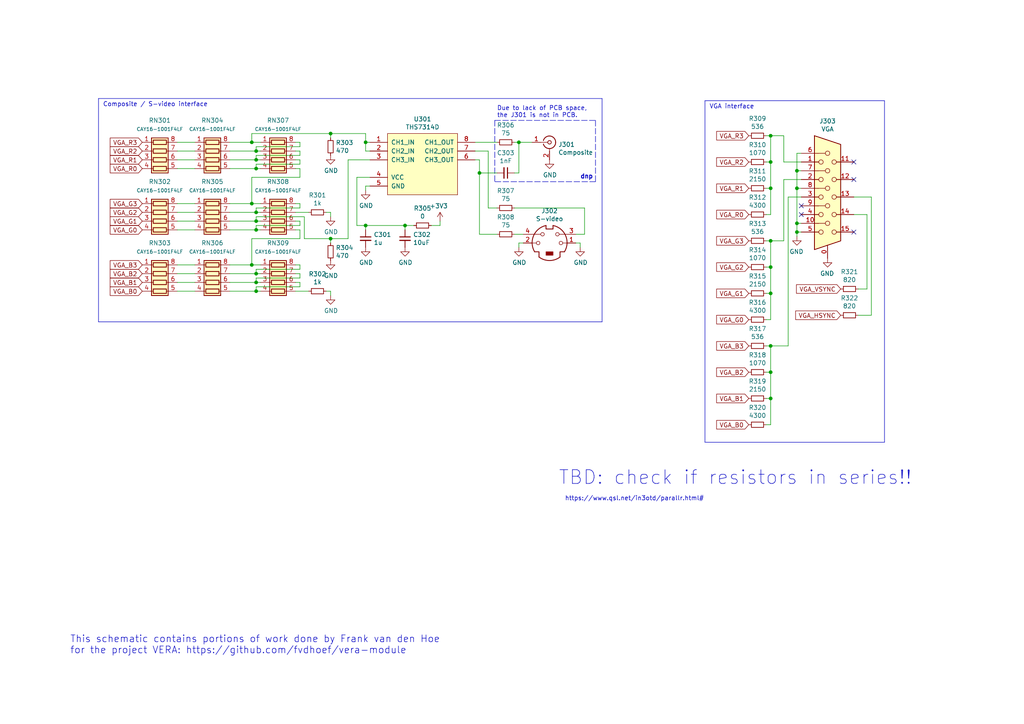
<source format=kicad_sch>
(kicad_sch (version 20211123) (generator eeschema)
  (paper "A4")
  (lib_symbols
    (symbol "Connector:Conn_Coaxial" (pin_names (offset 1.016) hide)
      (property "Reference" "J" (at 0.254 3.048 0))
      (property "Value" "Conn_Coaxial" (at 2.921 0 90))
      (symbol "Conn_Coaxial_0_1"
        (arc (start -1.778 -0.508) (mid 0.2311 -1.8066) (end 1.778 0) (stroke (width 0.254)))
        (polyline (pts (xy -2.54 0) (xy -0.508 0)))
        (polyline (pts (xy 0 -2.54) (xy 0 -1.778)))
        (circle (center 0 0) (radius 0.508) (stroke (width 0.2032)))
        (arc (start 1.778 0) (mid 0.2099 1.8101) (end -1.778 0.508) (stroke (width 0.254)))
      )
      (symbol "Conn_Coaxial_1_1"
        (pin passive line (at -5.08 0 0) (length 2.54) (name "In") (number "1"))
        (pin passive line (at 0 -5.08 90) (length 2.54) (name "Ext") (number "2"))
      )
    )
    (symbol "Connector:DB15_Female_HighDensity_MountingHoles" (pin_names (offset 1.016) hide)
      (property "Reference" "J" (at 0 21.59 0))
      (property "Value" "DB15_Female_HighDensity_MountingHoles" (at 0 19.05 0))
      (symbol "DB15_Female_HighDensity_MountingHoles_0_1"
        (circle (center -1.905 -10.16) (radius 0.635))
        (circle (center -1.905 -5.08) (radius 0.635))
        (circle (center -1.905 0) (radius 0.635))
        (circle (center -1.905 5.08) (radius 0.635))
        (circle (center -1.905 10.16) (radius 0.635))
        (circle (center 0 -7.62) (radius 0.635))
        (circle (center 0 -2.54) (radius 0.635))
        (polyline (pts (xy -3.175 7.62) (xy -0.635 7.62)))
        (polyline (pts (xy -0.635 -7.62) (xy -3.175 -7.62)))
        (polyline (pts (xy -0.635 -2.54) (xy -3.175 -2.54)))
        (polyline (pts (xy -0.635 2.54) (xy -3.175 2.54)))
        (polyline (pts (xy -0.635 12.7) (xy -3.175 12.7)))
        (polyline (pts (xy -3.81 17.78) (xy -3.81 -15.24) (xy 3.81 -12.7) (xy 3.81 15.24) (xy -3.81 17.78)) (stroke (width 0.254)) (fill (type background)))
        (circle (center 0 2.54) (radius 0.635))
        (circle (center 0 7.62) (radius 0.635))
        (circle (center 0 12.7) (radius 0.635))
        (circle (center 1.905 -10.16) (radius 0.635))
        (circle (center 1.905 -5.08) (radius 0.635))
        (circle (center 1.905 0) (radius 0.635))
        (circle (center 1.905 5.08) (radius 0.635))
        (circle (center 1.905 10.16) (radius 0.635))
      )
      (symbol "DB15_Female_HighDensity_MountingHoles_1_1"
        (pin passive line (at 0 -17.78 90) (length 3.81) (name "~") (number "0"))
        (pin passive line (at -7.62 10.16 0) (length 5.08) (name "~") (number "1"))
        (pin passive line (at -7.62 -7.62 0) (length 5.08) (name "~") (number "10"))
        (pin passive line (at 7.62 10.16 180) (length 5.08) (name "~") (number "11"))
        (pin passive line (at 7.62 5.08 180) (length 5.08) (name "~") (number "12"))
        (pin passive line (at 7.62 0 180) (length 5.08) (name "~") (number "13"))
        (pin passive line (at 7.62 -5.08 180) (length 5.08) (name "~") (number "14"))
        (pin passive line (at 7.62 -10.16 180) (length 5.08) (name "~") (number "15"))
        (pin passive line (at -7.62 5.08 0) (length 5.08) (name "~") (number "2"))
        (pin passive line (at -7.62 0 0) (length 5.08) (name "~") (number "3"))
        (pin passive line (at -7.62 -5.08 0) (length 5.08) (name "~") (number "4"))
        (pin passive line (at -7.62 -10.16 0) (length 5.08) (name "~") (number "5"))
        (pin passive line (at -7.62 12.7 0) (length 5.08) (name "~") (number "6"))
        (pin passive line (at -7.62 7.62 0) (length 5.08) (name "~") (number "7"))
        (pin passive line (at -7.62 2.54 0) (length 5.08) (name "~") (number "8"))
        (pin passive line (at -7.62 -2.54 0) (length 5.08) (name "~") (number "9"))
      )
    )
    (symbol "Connector:Mini-DIN-4" (pin_names (offset 1.016))
      (property "Reference" "J" (at 0 6.35 0))
      (property "Value" "Mini-DIN-4" (at 0 -6.35 0))
      (symbol "Mini-DIN-4_0_1"
        (circle (center -3.302 0) (radius 0.508))
        (arc (start -3.048 -4.064) (mid 0 -5.08) (end 3.048 -4.064) (stroke (width 0.254)))
        (circle (center -2.032 2.54) (radius 0.508))
        (rectangle (start -1.016 -2.54) (end 1.016 -3.556) (fill (type outline)))
        (arc (start -1.016 5.08) (mid -4.6228 2.1214) (end -4.318 -2.54) (stroke (width 0.254)))
        (polyline (pts (xy -3.81 0) (xy -5.08 0)))
        (polyline (pts (xy -2.54 2.54) (xy -5.08 2.54)))
        (polyline (pts (xy 2.794 2.54) (xy 5.08 2.54)))
        (polyline (pts (xy 5.08 0) (xy 3.81 0)))
        (polyline (pts (xy -4.318 -2.54) (xy -3.048 -2.54) (xy -3.048 -4.064)) (stroke (width 0.254)))
        (polyline (pts (xy 4.318 -2.54) (xy 3.048 -2.54) (xy 3.048 -4.064)) (stroke (width 0.254)))
        (polyline (pts (xy -1.016 5.08) (xy -1.016 4.064) (xy 1.016 4.064) (xy 1.016 5.08)) (stroke (width 0.254)))
        (circle (center 2.286 2.54) (radius 0.508))
        (circle (center 3.302 0) (radius 0.508))
        (arc (start 4.318 -2.54) (mid 4.6661 2.1322) (end 1.016 5.08) (stroke (width 0.254)))
      )
      (symbol "Mini-DIN-4_1_1"
        (pin passive line (at 7.62 0 180) (length 2.54) (name "~") (number "1"))
        (pin passive line (at -7.62 0 0) (length 2.54) (name "~") (number "2"))
        (pin passive line (at 7.62 2.54 180) (length 2.54) (name "~") (number "3"))
        (pin passive line (at -7.62 2.54 0) (length 2.54) (name "~") (number "4"))
      )
    )
    (symbol "Device:C_Small" (pin_numbers hide) (pin_names (offset 0.254) hide)
      (property "Reference" "C" (at 0.254 1.778 0))
      (property "Value" "C_Small" (at 0.254 -2.032 0))
      (symbol "C_Small_0_1"
        (polyline (pts (xy -1.524 -0.508) (xy 1.524 -0.508)) (stroke (width 0.3302)))
        (polyline (pts (xy -1.524 0.508) (xy 1.524 0.508)) (stroke (width 0.3048)))
      )
      (symbol "C_Small_1_1"
        (pin passive line (at 0 2.54 270) (length 2.032) (name "~") (number "1"))
        (pin passive line (at 0 -2.54 90) (length 2.032) (name "~") (number "2"))
      )
    )
    (symbol "Device:R_Pack04" (pin_names (offset 0) hide)
      (property "Reference" "RN" (at -7.62 0 90))
      (property "Value" "R_Pack04" (at 5.08 0 90))
      (symbol "R_Pack04_0_1"
        (rectangle (start -6.35 -2.413) (end 3.81 2.413) (stroke (width 0.254)) (fill (type background)))
        (rectangle (start -5.715 1.905) (end -4.445 -1.905) (stroke (width 0.254)))
        (rectangle (start -3.175 1.905) (end -1.905 -1.905) (stroke (width 0.254)))
        (rectangle (start -0.635 1.905) (end 0.635 -1.905) (stroke (width 0.254)))
        (polyline (pts (xy -5.08 -2.54) (xy -5.08 -1.905)))
        (polyline (pts (xy -5.08 1.905) (xy -5.08 2.54)))
        (polyline (pts (xy -2.54 -2.54) (xy -2.54 -1.905)))
        (polyline (pts (xy -2.54 1.905) (xy -2.54 2.54)))
        (polyline (pts (xy 0 -2.54) (xy 0 -1.905)))
        (polyline (pts (xy 0 1.905) (xy 0 2.54)))
        (polyline (pts (xy 2.54 -2.54) (xy 2.54 -1.905)))
        (polyline (pts (xy 2.54 1.905) (xy 2.54 2.54)))
        (rectangle (start 1.905 1.905) (end 3.175 -1.905) (stroke (width 0.254)))
      )
      (symbol "R_Pack04_1_1"
        (pin passive line (at -5.08 -5.08 90) (length 2.54) (name "R1.1") (number "1"))
        (pin passive line (at -2.54 -5.08 90) (length 2.54) (name "R2.1") (number "2"))
        (pin passive line (at 0 -5.08 90) (length 2.54) (name "R3.1") (number "3"))
        (pin passive line (at 2.54 -5.08 90) (length 2.54) (name "R4.1") (number "4"))
        (pin passive line (at 2.54 5.08 270) (length 2.54) (name "R4.2") (number "5"))
        (pin passive line (at 0 5.08 270) (length 2.54) (name "R3.2") (number "6"))
        (pin passive line (at -2.54 5.08 270) (length 2.54) (name "R2.2") (number "7"))
        (pin passive line (at -5.08 5.08 270) (length 2.54) (name "R1.2") (number "8"))
      )
    )
    (symbol "Device:R_Small" (pin_numbers hide) (pin_names (offset 0.254) hide)
      (property "Reference" "R" (at 0.762 0.508 0))
      (property "Value" "R_Small" (at 0.762 -1.016 0))
      (symbol "R_Small_0_1"
        (rectangle (start -0.762 1.778) (end 0.762 -1.778) (stroke (width 0.2032)))
      )
      (symbol "R_Small_1_1"
        (pin passive line (at 0 2.54 270) (length 0.762) (name "~") (number "1"))
        (pin passive line (at 0 -2.54 90) (length 0.762) (name "~") (number "2"))
      )
    )
    (symbol "power:+3V3" (power) (pin_names (offset 0))
      (property "Value" "+3V3" (at 0 3.556 0))
      (symbol "+3V3_0_1"
        (polyline (pts (xy -0.762 1.27) (xy 0 2.54)))
        (polyline (pts (xy 0 0) (xy 0 2.54)))
        (polyline (pts (xy 0 2.54) (xy 0.762 1.27)))
      )
      (symbol "+3V3_1_1"
        (pin power_in line (at 0 0 90) (length 0) hide (name "+3V3") (number "1"))
      )
    )
    (symbol "power:GND" (power) (pin_names (offset 0))
      (property "Value" "GND" (at 0 -3.81 0))
      (symbol "GND_0_1"
        (polyline (pts (xy 0 0) (xy 0 -1.27) (xy 1.27 -1.27) (xy 0 -2.54) (xy -1.27 -1.27) (xy 0 -1.27)))
      )
      (symbol "GND_1_1"
        (pin power_in line (at 0 0 270) (length 0) hide (name "GND") (number "1"))
      )
    )
    (symbol "vera-module:THS7314D" (pin_names (offset 1.016))
      (property "Reference" "U" (at 6.35 3.81 0))
      (property "Value" "THS7314D" (at 6.35 1.27 0))
      (symbol "THS7314D_0_1"
        (rectangle (start 0 0) (end 20.32 -17.78) (fill (type background)))
      )
      (symbol "THS7314D_1_1"
        (pin input line (at -5.08 -2.54 0) (length 5.08) (name "CH1_IN") (number "1"))
        (pin input line (at -5.08 -5.08 0) (length 5.08) (name "CH2_IN") (number "2"))
        (pin input line (at -5.08 -7.62 0) (length 5.08) (name "CH3_IN") (number "3"))
        (pin power_in line (at -5.08 -12.7 0) (length 5.08) (name "VCC") (number "4"))
        (pin power_in line (at -5.08 -15.24 0) (length 5.08) (name "GND") (number "5"))
        (pin output line (at 25.4 -7.62 180) (length 5.08) (name "CH3_OUT") (number "6"))
        (pin output line (at 25.4 -5.08 180) (length 5.08) (name "CH2_OUT") (number "7"))
        (pin output line (at 25.4 -2.54 180) (length 5.08) (name "CH1_OUT") (number "8"))
      )
    )
  )
  (junction (at 223.52 100.33))
  (junction (at 223.52 115.57))
  (junction (at 74.295 81.915))
  (junction (at 74.295 61.595))
  (junction (at 74.295 48.895))
  (junction (at 231.14 67.31))
  (junction (at 74.295 64.135))
  (junction (at 231.14 64.77))
  (junction (at 223.52 46.99))
  (junction (at 73.025 59.055))
  (junction (at 73.025 41.275))
  (junction (at 223.52 85.09))
  (junction (at 74.295 84.455))
  (junction (at 223.52 39.37))
  (junction (at 106.045 65.405))
  (junction (at 139.065 50.165))
  (junction (at 231.14 49.53))
  (junction (at 106.045 41.275))
  (junction (at 73.025 76.835))
  (junction (at 74.295 43.815))
  (junction (at 223.52 77.47))
  (junction (at 95.885 38.735))
  (junction (at 223.52 107.95))
  (junction (at 74.295 79.375))
  (junction (at 231.14 54.61))
  (junction (at 150.495 41.275))
  (junction (at 74.295 46.355))
  (junction (at 223.52 54.61))
  (junction (at 223.52 69.85))
  (junction (at 95.885 69.215))
  (junction (at 74.295 66.675))
  (junction (at 117.475 65.405))
  (no_connect (at 232.41 62.23))
  (no_connect (at 247.65 52.07))
  (no_connect (at 247.65 67.31))
  (no_connect (at 247.65 46.99))
  (no_connect (at 232.41 59.69))
  (wire (pts (xy 74.295 80.645) (xy 74.295 81.915)))
  (wire (pts (xy 103.505 65.405) (xy 106.045 65.405)))
  (wire (pts (xy 149.225 41.275) (xy 150.495 41.275)))
  (wire (pts (xy 86.995 65.405) (xy 74.295 65.405)))
  (wire (pts (xy 247.65 62.23) (xy 251.46 62.23)))
  (wire (pts (xy 222.25 54.61) (xy 223.52 54.61)))
  (polyline (pts (xy 204.47 29.21) (xy 256.54 29.21)) (stroke (width 0) (type solid)))
  (wire (pts (xy 86.995 51.435) (xy 73.025 51.435)))
  (wire (pts (xy 137.795 46.355) (xy 139.065 46.355)))
  (wire (pts (xy 66.675 41.275) (xy 73.025 41.275)))
  (wire (pts (xy 149.225 60.325) (xy 169.545 60.325)))
  (wire (pts (xy 232.41 52.07) (xy 227.33 52.07)))
  (polyline (pts (xy 256.54 128.27) (xy 256.54 29.21)) (stroke (width 0) (type solid)))
  (wire (pts (xy 151.765 67.945) (xy 149.225 67.945)))
  (wire (pts (xy 95.885 70.485) (xy 95.885 69.215)))
  (wire (pts (xy 85.725 46.355) (xy 86.995 46.355)))
  (wire (pts (xy 66.675 84.455) (xy 74.295 84.455)))
  (wire (pts (xy 73.025 41.275) (xy 73.025 38.735)))
  (wire (pts (xy 73.025 51.435) (xy 73.025 59.055)))
  (wire (pts (xy 86.995 46.355) (xy 86.995 47.625)))
  (wire (pts (xy 86.995 78.105) (xy 74.295 78.105)))
  (wire (pts (xy 74.295 60.325) (xy 74.295 61.595)))
  (wire (pts (xy 231.14 44.45) (xy 231.14 49.53)))
  (wire (pts (xy 231.14 49.53) (xy 232.41 49.53)))
  (wire (pts (xy 66.675 48.895) (xy 74.295 48.895)))
  (wire (pts (xy 86.995 43.815) (xy 86.995 45.085)))
  (wire (pts (xy 150.495 70.485) (xy 150.495 71.755)))
  (wire (pts (xy 86.995 76.835) (xy 86.995 78.105)))
  (wire (pts (xy 95.885 61.595) (xy 95.885 62.865)))
  (wire (pts (xy 66.675 64.135) (xy 74.295 64.135)))
  (wire (pts (xy 56.515 79.375) (xy 51.435 79.375)))
  (wire (pts (xy 85.725 81.915) (xy 86.995 81.915)))
  (polyline (pts (xy 143.51 34.925) (xy 143.51 52.705)))
  (wire (pts (xy 139.065 50.165) (xy 139.065 67.945)))
  (wire (pts (xy 85.725 66.675) (xy 86.995 66.675)))
  (wire (pts (xy 95.885 84.455) (xy 95.885 85.725)))
  (wire (pts (xy 86.995 48.895) (xy 86.995 51.435)))
  (polyline (pts (xy 28.575 28.575) (xy 174.625 28.575)) (stroke (width 0) (type solid)))
  (wire (pts (xy 231.14 64.77) (xy 231.14 67.31)))
  (polyline (pts (xy 172.72 34.925) (xy 172.72 52.705)))
  (wire (pts (xy 223.52 100.33) (xy 228.6 100.33)))
  (polyline (pts (xy 204.47 128.27) (xy 256.54 128.27)) (stroke (width 0) (type solid)))
  (wire (pts (xy 107.315 46.355) (xy 100.965 46.355)))
  (wire (pts (xy 86.995 60.325) (xy 74.295 60.325)))
  (wire (pts (xy 86.995 64.135) (xy 86.995 65.405)))
  (wire (pts (xy 56.515 48.895) (xy 51.435 48.895)))
  (wire (pts (xy 223.52 39.37) (xy 223.52 46.99)))
  (wire (pts (xy 73.025 38.735) (xy 95.885 38.735)))
  (wire (pts (xy 66.675 66.675) (xy 74.295 66.675)))
  (wire (pts (xy 86.995 42.545) (xy 74.295 42.545)))
  (wire (pts (xy 66.675 81.915) (xy 74.295 81.915)))
  (wire (pts (xy 151.765 70.485) (xy 150.495 70.485)))
  (wire (pts (xy 74.295 81.915) (xy 75.565 81.915)))
  (wire (pts (xy 168.275 70.485) (xy 168.275 71.755)))
  (wire (pts (xy 56.515 84.455) (xy 51.435 84.455)))
  (wire (pts (xy 56.515 43.815) (xy 51.435 43.815)))
  (wire (pts (xy 51.435 59.055) (xy 56.515 59.055)))
  (wire (pts (xy 223.52 69.85) (xy 223.52 77.47)))
  (wire (pts (xy 251.46 62.23) (xy 251.46 83.82)))
  (wire (pts (xy 51.435 81.915) (xy 56.515 81.915)))
  (wire (pts (xy 223.52 62.23) (xy 222.25 62.23)))
  (wire (pts (xy 106.045 65.405) (xy 117.475 65.405)))
  (wire (pts (xy 251.46 83.82) (xy 248.92 83.82)))
  (wire (pts (xy 106.045 53.975) (xy 106.045 55.245)))
  (wire (pts (xy 56.515 61.595) (xy 51.435 61.595)))
  (polyline (pts (xy 174.625 93.345) (xy 174.625 28.575)) (stroke (width 0) (type solid)))
  (wire (pts (xy 94.615 84.455) (xy 95.885 84.455)))
  (wire (pts (xy 106.045 41.275) (xy 106.045 43.815)))
  (wire (pts (xy 74.295 43.815) (xy 66.675 43.815)))
  (wire (pts (xy 107.315 53.975) (xy 106.045 53.975)))
  (wire (pts (xy 74.295 65.405) (xy 74.295 66.675)))
  (wire (pts (xy 75.565 43.815) (xy 74.295 43.815)))
  (wire (pts (xy 86.995 47.625) (xy 74.295 47.625)))
  (wire (pts (xy 74.295 61.595) (xy 66.675 61.595)))
  (wire (pts (xy 95.885 38.735) (xy 106.045 38.735)))
  (wire (pts (xy 85.725 76.835) (xy 86.995 76.835)))
  (wire (pts (xy 73.025 76.835) (xy 75.565 76.835)))
  (wire (pts (xy 95.885 38.735) (xy 95.885 40.005)))
  (wire (pts (xy 223.52 46.99) (xy 223.52 54.61)))
  (wire (pts (xy 56.515 66.675) (xy 51.435 66.675)))
  (wire (pts (xy 73.025 69.215) (xy 86.995 69.215)))
  (wire (pts (xy 141.605 43.815) (xy 141.605 60.325)))
  (wire (pts (xy 232.41 44.45) (xy 231.14 44.45)))
  (wire (pts (xy 223.52 92.71) (xy 222.25 92.71)))
  (wire (pts (xy 85.725 79.375) (xy 86.995 79.375)))
  (wire (pts (xy 227.33 52.07) (xy 227.33 69.85)))
  (wire (pts (xy 73.025 41.275) (xy 75.565 41.275)))
  (wire (pts (xy 86.995 79.375) (xy 86.995 80.645)))
  (polyline (pts (xy 28.575 93.345) (xy 174.625 93.345)) (stroke (width 0) (type solid)))
  (wire (pts (xy 169.545 60.325) (xy 169.545 67.945)))
  (wire (pts (xy 94.615 61.595) (xy 95.885 61.595)))
  (wire (pts (xy 51.435 64.135) (xy 56.515 64.135)))
  (wire (pts (xy 223.52 54.61) (xy 223.52 62.23)))
  (wire (pts (xy 228.6 57.15) (xy 232.41 57.15)))
  (wire (pts (xy 73.025 69.215) (xy 73.025 76.835)))
  (wire (pts (xy 222.25 85.09) (xy 223.52 85.09)))
  (wire (pts (xy 141.605 60.325) (xy 144.145 60.325)))
  (wire (pts (xy 75.565 61.595) (xy 74.295 61.595)))
  (polyline (pts (xy 204.47 128.27) (xy 204.47 29.21)) (stroke (width 0) (type solid)))
  (wire (pts (xy 228.6 100.33) (xy 228.6 57.15)))
  (wire (pts (xy 86.995 80.645) (xy 74.295 80.645)))
  (polyline (pts (xy 28.575 93.345) (xy 28.575 28.575)) (stroke (width 0) (type solid)))
  (wire (pts (xy 222.25 107.95) (xy 223.52 107.95)))
  (wire (pts (xy 117.475 65.405) (xy 117.475 66.675)))
  (wire (pts (xy 74.295 47.625) (xy 74.295 48.895)))
  (wire (pts (xy 74.295 48.895) (xy 75.565 48.895)))
  (wire (pts (xy 222.25 77.47) (xy 223.52 77.47)))
  (wire (pts (xy 223.52 123.19) (xy 222.25 123.19)))
  (wire (pts (xy 127.635 64.135) (xy 127.635 65.405)))
  (wire (pts (xy 74.295 42.545) (xy 74.295 43.815)))
  (wire (pts (xy 74.295 84.455) (xy 75.565 84.455)))
  (wire (pts (xy 74.295 62.865) (xy 74.295 64.135)))
  (wire (pts (xy 74.295 78.105) (xy 74.295 79.375)))
  (wire (pts (xy 74.295 46.355) (xy 75.565 46.355)))
  (wire (pts (xy 231.14 64.77) (xy 232.41 64.77)))
  (wire (pts (xy 167.005 70.485) (xy 168.275 70.485)))
  (wire (pts (xy 231.14 54.61) (xy 232.41 54.61)))
  (wire (pts (xy 73.025 59.055) (xy 75.565 59.055)))
  (wire (pts (xy 223.52 39.37) (xy 227.33 39.37)))
  (wire (pts (xy 150.495 50.165) (xy 149.225 50.165)))
  (wire (pts (xy 231.14 67.31) (xy 232.41 67.31)))
  (wire (pts (xy 247.65 57.15) (xy 252.73 57.15)))
  (wire (pts (xy 117.475 65.405) (xy 120.015 65.405)))
  (wire (pts (xy 252.73 57.15) (xy 252.73 91.44)))
  (wire (pts (xy 222.25 39.37) (xy 223.52 39.37)))
  (wire (pts (xy 85.725 43.815) (xy 86.995 43.815)))
  (wire (pts (xy 106.045 38.735) (xy 106.045 41.275)))
  (wire (pts (xy 169.545 67.945) (xy 167.005 67.945)))
  (wire (pts (xy 106.045 43.815) (xy 107.315 43.815)))
  (wire (pts (xy 222.25 46.99) (xy 223.52 46.99)))
  (wire (pts (xy 137.795 41.275) (xy 144.145 41.275)))
  (wire (pts (xy 74.295 79.375) (xy 66.675 79.375)))
  (wire (pts (xy 86.995 81.915) (xy 86.995 83.185)))
  (wire (pts (xy 252.73 91.44) (xy 248.92 91.44)))
  (wire (pts (xy 222.25 100.33) (xy 223.52 100.33)))
  (wire (pts (xy 51.435 76.835) (xy 56.515 76.835)))
  (wire (pts (xy 107.315 41.275) (xy 106.045 41.275)))
  (wire (pts (xy 95.885 69.215) (xy 100.965 69.215)))
  (wire (pts (xy 88.265 62.865) (xy 88.265 69.215)))
  (wire (pts (xy 231.14 67.31) (xy 231.14 68.58)))
  (wire (pts (xy 223.52 85.09) (xy 223.52 92.71)))
  (wire (pts (xy 227.33 46.99) (xy 232.41 46.99)))
  (wire (pts (xy 86.995 41.275) (xy 86.995 42.545)))
  (wire (pts (xy 150.495 41.275) (xy 150.495 50.165)))
  (wire (pts (xy 66.675 46.355) (xy 74.295 46.355)))
  (wire (pts (xy 144.145 50.165) (xy 139.065 50.165)))
  (wire (pts (xy 86.995 59.055) (xy 86.995 60.325)))
  (wire (pts (xy 223.52 100.33) (xy 223.52 107.95)))
  (wire (pts (xy 139.065 46.355) (xy 139.065 50.165)))
  (wire (pts (xy 74.295 83.185) (xy 74.295 84.455)))
  (wire (pts (xy 85.725 48.895) (xy 86.995 48.895)))
  (wire (pts (xy 85.725 41.275) (xy 86.995 41.275)))
  (wire (pts (xy 51.435 46.355) (xy 56.515 46.355)))
  (wire (pts (xy 227.33 39.37) (xy 227.33 46.99)))
  (wire (pts (xy 85.725 59.055) (xy 86.995 59.055)))
  (wire (pts (xy 51.435 41.275) (xy 56.515 41.275)))
  (wire (pts (xy 231.14 49.53) (xy 231.14 54.61)))
  (wire (pts (xy 106.045 66.675) (xy 106.045 65.405)))
  (wire (pts (xy 103.505 51.435) (xy 103.505 65.405)))
  (wire (pts (xy 74.295 62.865) (xy 88.265 62.865)))
  (wire (pts (xy 86.995 45.085) (xy 74.295 45.085)))
  (wire (pts (xy 85.725 84.455) (xy 89.535 84.455)))
  (wire (pts (xy 100.965 46.355) (xy 100.965 69.215)))
  (wire (pts (xy 139.065 67.945) (xy 144.145 67.945)))
  (polyline (pts (xy 143.51 34.925) (xy 172.72 34.925)))
  (wire (pts (xy 127.635 65.405) (xy 125.095 65.405)))
  (wire (pts (xy 74.295 66.675) (xy 75.565 66.675)))
  (wire (pts (xy 86.995 83.185) (xy 74.295 83.185)))
  (wire (pts (xy 86.995 66.675) (xy 86.995 69.215)))
  (polyline (pts (xy 172.72 52.705) (xy 143.51 52.705)))
  (wire (pts (xy 231.14 54.61) (xy 231.14 64.77)))
  (wire (pts (xy 137.795 43.815) (xy 141.605 43.815)))
  (wire (pts (xy 66.675 76.835) (xy 73.025 76.835)))
  (wire (pts (xy 223.52 115.57) (xy 223.52 123.19)))
  (wire (pts (xy 66.675 59.055) (xy 73.025 59.055)))
  (wire (pts (xy 74.295 64.135) (xy 75.565 64.135)))
  (wire (pts (xy 85.725 61.595) (xy 89.535 61.595)))
  (wire (pts (xy 222.25 115.57) (xy 223.52 115.57)))
  (wire (pts (xy 222.25 69.85) (xy 223.52 69.85)))
  (wire (pts (xy 88.265 69.215) (xy 95.885 69.215)))
  (wire (pts (xy 150.495 41.275) (xy 154.305 41.275)))
  (wire (pts (xy 227.33 69.85) (xy 223.52 69.85)))
  (wire (pts (xy 107.315 51.435) (xy 103.505 51.435)))
  (wire (pts (xy 223.52 77.47) (xy 223.52 85.09)))
  (wire (pts (xy 74.295 45.085) (xy 74.295 46.355)))
  (wire (pts (xy 223.52 107.95) (xy 223.52 115.57)))
  (wire (pts (xy 75.565 79.375) (xy 74.295 79.375)))
  (wire (pts (xy 85.725 64.135) (xy 86.995 64.135)))
  (text "TBD: check if resistors in series!!" (at 161.925 140.97 0) (effects (font (size 4 4)) (justify left bottom)))
  (text "https://www.qsl.net/in3otd/parallr.html#" (at 163.83 145.415 0) (effects (font (size 1.27 1.27)) (justify left bottom)))
  (text "This schematic contains portions of work done by Frank van den Hoe\nfor the project VERA: https://github.com/fvdhoef/vera-module" (at 20.32 189.865 0) (effects (font (size 2 2)) (justify left bottom)))
  (text "dnp" (at 168.275 52.07 0) (effects (font (size 1.27 1.27) bold) (justify left bottom)))
  (text "VGA interface" (at 205.74 31.75 0) (effects (font (size 1.27 1.27)) (justify left bottom)))
  (text "Due to lack of PCB space,\nthe J301 is not in PCB." (at 144.145 34.29 0) (effects (font (size 1.27 1.27)) (justify left bottom)))
  (text "Composite / S-video interface" (at 29.845 31.115 0) (effects (font (size 1.27 1.27)) (justify left bottom)))
  (global_label "VGA_G1" (shape input) (at 217.17 85.09 180) (property "Intersheet References" "${INTERSHEET_REFS}" (effects hide)))
  (global_label "VGA_B3" (shape input) (at 41.275 76.835 180) (property "Intersheet References" "${INTERSHEET_REFS}" (effects hide)))
  (global_label "VGA_B2" (shape input) (at 41.275 79.375 180) (property "Intersheet References" "${INTERSHEET_REFS}" (effects hide)))
  (global_label "VGA_B1" (shape input) (at 41.275 81.915 180) (property "Intersheet References" "${INTERSHEET_REFS}" (effects hide)))
  (global_label "VGA_R1" (shape input) (at 217.17 54.61 180) (property "Intersheet References" "${INTERSHEET_REFS}" (effects hide)))
  (global_label "VGA_B2" (shape input) (at 217.17 107.95 180) (property "Intersheet References" "${INTERSHEET_REFS}" (effects hide)))
  (global_label "VGA_G1" (shape input) (at 41.275 64.135 180) (property "Intersheet References" "${INTERSHEET_REFS}" (effects hide)))
  (global_label "VGA_G2" (shape input) (at 217.17 77.47 180) (property "Intersheet References" "${INTERSHEET_REFS}" (effects hide)))
  (global_label "VGA_G0" (shape input) (at 217.17 92.71 180) (property "Intersheet References" "${INTERSHEET_REFS}" (effects hide)))
  (global_label "VGA_B0" (shape input) (at 217.17 123.19 180) (property "Intersheet References" "${INTERSHEET_REFS}" (effects hide)))
  (global_label "VGA_B0" (shape input) (at 41.275 84.455 180) (property "Intersheet References" "${INTERSHEET_REFS}" (effects hide)))
  (global_label "VGA_R3" (shape input) (at 217.17 39.37 180) (property "Intersheet References" "${INTERSHEET_REFS}" (effects hide)))
  (global_label "VGA_G3" (shape input) (at 41.275 59.055 180) (property "Intersheet References" "${INTERSHEET_REFS}" (effects hide)))
  (global_label "VGA_VSYNC" (shape input) (at 243.84 83.82 180) (property "Intersheet References" "${INTERSHEET_REFS}" (effects hide)))
  (global_label "VGA_G2" (shape input) (at 41.275 61.595 180) (property "Intersheet References" "${INTERSHEET_REFS}" (effects hide)))
  (global_label "VGA_G0" (shape input) (at 41.275 66.675 180) (property "Intersheet References" "${INTERSHEET_REFS}" (effects hide)))
  (global_label "VGA_R0" (shape input) (at 41.275 48.895 180) (property "Intersheet References" "${INTERSHEET_REFS}" (effects hide)))
  (global_label "VGA_R3" (shape input) (at 41.275 41.275 180) (property "Intersheet References" "${INTERSHEET_REFS}" (effects hide)))
  (global_label "VGA_B3" (shape input) (at 217.17 100.33 180) (property "Intersheet References" "${INTERSHEET_REFS}" (effects hide)))
  (global_label "VGA_R1" (shape input) (at 41.275 46.355 180) (property "Intersheet References" "${INTERSHEET_REFS}" (effects hide)))
  (global_label "VGA_HSYNC" (shape input) (at 243.84 91.44 180) (property "Intersheet References" "${INTERSHEET_REFS}" (effects hide)))
  (global_label "VGA_G3" (shape input) (at 217.17 69.85 180) (property "Intersheet References" "${INTERSHEET_REFS}" (effects hide)))
  (global_label "VGA_R2" (shape input) (at 217.17 46.99 180) (property "Intersheet References" "${INTERSHEET_REFS}" (effects hide)))
  (global_label "VGA_B1" (shape input) (at 217.17 115.57 180) (property "Intersheet References" "${INTERSHEET_REFS}" (effects hide)))
  (global_label "VGA_R0" (shape input) (at 217.17 62.23 180) (property "Intersheet References" "${INTERSHEET_REFS}" (effects hide)))
  (global_label "VGA_R2" (shape input) (at 41.275 43.815 180) (property "Intersheet References" "${INTERSHEET_REFS}" (effects hide)))
  (symbol (lib_id "Device:R_Pack04") (at 46.355 46.355 270) (unit 1)
    (property "Reference" "RN301" (at 46.355 34.925 90))
    (property "Value" "CAY16-1001F4LF" (at 46.355 37.465 90) (effects (font (size 1.016 1.016))))
    (property "Footprint" "Resistor_SMD:R_Array_Convex_4x0603" (effects hide))
  )
  (symbol (lib_id "Device:R_Small") (at 219.71 54.61 270) (unit 1)
    (property "Reference" "R311" (at 219.71 49.6316 90))
    (property "Value" "2150" (at 219.71 51.943 90))
    (property "Footprint" "Resistor_SMD:R_0603_1608Metric_Pad0.98x0.95mm_HandSolder" (effects hide))
  )
  (symbol (lib_id "Device:R_Pack04") (at 61.595 64.135 270) (unit 1)
    (property "Reference" "RN305" (at 61.595 52.705 90))
    (property "Value" "CAY16-1001F4LF" (at 61.595 55.245 90) (effects (font (size 1.016 1.016))))
    (property "Footprint" "Resistor_SMD:R_Array_Convex_4x0603" (effects hide))
  )
  (symbol (lib_id "Device:R_Pack04") (at 80.645 46.355 270) (unit 1)
    (property "Reference" "RN307" (at 80.645 34.925 90))
    (property "Value" "CAY16-1001F4LF" (at 80.645 37.465 90) (effects (font (size 1.016 1.016))))
    (property "Footprint" "Resistor_SMD:R_Array_Convex_4x0603" (effects hide))
  )
  (symbol (lib_id "vera-module:THS7314D") (at 112.395 38.735 0) (unit 1)
    (property "Reference" "U301" (at 122.555 34.544 0))
    (property "Value" "THS7314D" (at 122.555 36.8554 0))
    (property "Footprint" "Package_SO:SOIC-8_3.9x4.9mm_P1.27mm" (effects hide))
  )
  (symbol (lib_id "Connector:Mini-DIN-4") (at 159.385 70.485 0) (unit 1)
    (property "Reference" "J302" (at 159.385 61.1632 0))
    (property "Value" "S-video" (at 159.385 63.4746 0))
    (property "Footprint" "vera-module:MD-40S" (effects hide))
  )
  (symbol (lib_id "Device:R_Small") (at 146.685 67.945 270) (unit 1)
    (property "Reference" "R308" (at 146.685 62.9666 90))
    (property "Value" "75" (at 146.685 65.278 90))
    (property "Footprint" "Resistor_SMD:R_0603_1608Metric_Pad0.98x0.95mm_HandSolder" (effects hide))
  )
  (symbol (lib_id "power:GND") (at 95.885 45.085 0) (unit 1)
    (property "Reference" "#PWR0301" (effects hide))
    (property "Value" "GND" (at 96.012 49.4792 0))
  )
  (symbol (lib_id "Device:R_Small") (at 122.555 65.405 270) (unit 1)
    (property "Reference" "R305" (at 122.555 60.4266 90))
    (property "Value" "0" (at 122.555 62.738 90))
    (property "Footprint" "Resistor_SMD:R_0603_1608Metric_Pad0.98x0.95mm_HandSolder" (effects hide))
  )
  (symbol (lib_id "Device:R_Small") (at 219.71 69.85 270) (unit 1)
    (property "Reference" "R313" (at 219.71 64.8716 90))
    (property "Value" "536" (at 219.71 67.183 90))
    (property "Footprint" "Resistor_SMD:R_0603_1608Metric_Pad0.98x0.95mm_HandSolder" (effects hide))
  )
  (symbol (lib_id "Device:R_Small") (at 219.71 77.47 270) (unit 1)
    (property "Reference" "R314" (at 219.71 72.4916 90))
    (property "Value" "1070" (at 219.71 74.803 90))
    (property "Footprint" "Resistor_SMD:R_0603_1608Metric_Pad0.98x0.95mm_HandSolder" (effects hide))
  )
  (symbol (lib_id "Device:R_Small") (at 146.685 41.275 270) (unit 1) (in_bom no)
    (property "Reference" "R306" (at 146.685 36.2966 90))
    (property "Value" "75" (at 146.685 38.608 90))
    (property "Footprint" "Resistor_SMD:R_0603_1608Metric_Pad0.98x0.95mm_HandSolder" (effects hide))
  )
  (symbol (lib_id "Device:R_Pack04") (at 80.645 64.135 270) (unit 1)
    (property "Reference" "RN308" (at 80.645 52.705 90))
    (property "Value" "CAY16-1001F4LF" (at 80.645 55.245 90) (effects (font (size 1.016 1.016))))
    (property "Footprint" "Resistor_SMD:R_Array_Convex_4x0603" (effects hide))
  )
  (symbol (lib_id "Device:C_Small") (at 146.685 50.165 270) (unit 1) (in_bom no)
    (property "Reference" "C303" (at 146.685 44.3484 90))
    (property "Value" "1nF" (at 146.685 46.6598 90))
    (property "Footprint" "Capacitor_SMD:C_0603_1608Metric_Pad1.08x0.95mm_HandSolder" (effects hide))
  )
  (symbol (lib_id "Device:R_Small") (at 219.71 107.95 270) (unit 1)
    (property "Reference" "R318" (at 219.71 102.9716 90))
    (property "Value" "1070" (at 219.71 105.283 90))
    (property "Footprint" "Resistor_SMD:R_0603_1608Metric_Pad0.98x0.95mm_HandSolder" (effects hide))
  )
  (symbol (lib_id "Device:R_Pack04") (at 61.595 81.915 270) (unit 1)
    (property "Reference" "RN306" (at 61.595 70.485 90))
    (property "Value" "CAY16-1001F4LF" (at 61.595 73.025 90) (effects (font (size 1.016 1.016))))
    (property "Footprint" "Resistor_SMD:R_Array_Convex_4x0603" (effects hide))
  )
  (symbol (lib_id "Device:C_Small") (at 117.475 69.215 0) (unit 1)
    (property "Reference" "C302" (at 119.8118 68.0466 0) (effects (justify left)))
    (property "Value" "10uF" (at 119.8118 70.358 0) (effects (justify left)))
    (property "Footprint" "Capacitor_SMD:C_0805_2012Metric_Pad1.18x1.45mm_HandSolder" (effects hide))
  )
  (symbol (lib_id "power:GND") (at 117.475 71.755 0) (unit 1)
    (property "Reference" "#PWR0307" (effects hide))
    (property "Value" "GND" (at 117.602 76.1492 0))
  )
  (symbol (lib_id "power:GND") (at 168.275 71.755 0) (unit 1)
    (property "Reference" "#PWR0311" (effects hide))
    (property "Value" "GND" (at 168.402 76.1492 0))
  )
  (symbol (lib_id "Device:R_Pack04") (at 46.355 64.135 270) (unit 1)
    (property "Reference" "RN302" (at 46.355 52.705 90))
    (property "Value" "CAY16-1001F4LF" (at 46.355 55.245 90) (effects (font (size 1.016 1.016))))
    (property "Footprint" "Resistor_SMD:R_Array_Convex_4x0603" (effects hide))
  )
  (symbol (lib_id "power:+3V3") (at 127.635 64.135 0) (mirror y) (unit 1)
    (property "Reference" "#PWR0308" (effects hide))
    (property "Value" "+3V3" (at 127.254 59.7408 0))
  )
  (symbol (lib_id "Device:R_Small") (at 95.885 42.545 0) (unit 1)
    (property "Reference" "R303" (at 97.3836 41.3766 0) (effects (justify left)))
    (property "Value" "470" (at 97.3836 43.688 0) (effects (justify left)))
    (property "Footprint" "Resistor_SMD:R_0603_1608Metric_Pad0.98x0.95mm_HandSolder" (effects hide))
  )
  (symbol (lib_id "power:GND") (at 106.045 71.755 0) (unit 1)
    (property "Reference" "#PWR0306" (effects hide))
    (property "Value" "GND" (at 106.172 76.1492 0))
  )
  (symbol (lib_id "Device:R_Pack04") (at 80.645 81.915 270) (unit 1)
    (property "Reference" "RN309" (at 80.645 70.485 90))
    (property "Value" "CAY16-1001F4LF" (at 80.645 73.025 90) (effects (font (size 1.016 1.016))))
    (property "Footprint" "Resistor_SMD:R_Array_Convex_4x0603" (effects hide))
  )
  (symbol (lib_id "Device:R_Small") (at 146.685 60.325 270) (unit 1)
    (property "Reference" "R307" (at 146.685 55.3466 90))
    (property "Value" "75" (at 146.685 57.658 90))
    (property "Footprint" "Resistor_SMD:R_0603_1608Metric_Pad0.98x0.95mm_HandSolder" (effects hide))
  )
  (symbol (lib_id "power:GND") (at 231.14 68.58 0) (mirror y) (unit 1)
    (property "Reference" "#PWR0312" (effects hide))
    (property "Value" "GND" (at 231.013 72.9742 0))
  )
  (symbol (lib_id "power:GND") (at 106.045 55.245 0) (unit 1)
    (property "Reference" "#PWR0305" (effects hide))
    (property "Value" "GND" (at 106.172 59.6392 0))
  )
  (symbol (lib_id "Device:R_Small") (at 92.075 61.595 270) (unit 1)
    (property "Reference" "R301" (at 92.075 56.6166 90))
    (property "Value" "1k" (at 92.075 58.928 90))
    (property "Footprint" "Resistor_SMD:R_0603_1608Metric_Pad0.98x0.95mm_HandSolder" (effects hide))
  )
  (symbol (lib_id "power:GND") (at 240.03 74.93 0) (mirror y) (unit 1)
    (property "Reference" "#PWR0313" (effects hide))
    (property "Value" "GND" (at 239.903 79.3242 0))
  )
  (symbol (lib_id "Device:R_Pack04") (at 61.595 46.355 270) (unit 1)
    (property "Reference" "RN304" (at 61.595 34.925 90))
    (property "Value" "CAY16-1001F4LF" (at 61.595 37.465 90) (effects (font (size 1.016 1.016))))
    (property "Footprint" "Resistor_SMD:R_Array_Convex_4x0603" (effects hide))
  )
  (symbol (lib_id "Device:R_Small") (at 219.71 46.99 270) (unit 1)
    (property "Reference" "R310" (at 219.71 42.0116 90))
    (property "Value" "1070" (at 219.71 44.323 90))
    (property "Footprint" "Resistor_SMD:R_0603_1608Metric_Pad0.98x0.95mm_HandSolder" (effects hide))
  )
  (symbol (lib_id "Device:R_Small") (at 219.71 85.09 270) (unit 1)
    (property "Reference" "R315" (at 219.71 80.1116 90))
    (property "Value" "2150" (at 219.71 82.423 90))
    (property "Footprint" "Resistor_SMD:R_0603_1608Metric_Pad0.98x0.95mm_HandSolder" (effects hide))
  )
  (symbol (lib_id "Connector:Conn_Coaxial") (at 159.385 41.275 0) (unit 1) (in_bom no) (on_board no)
    (property "Reference" "J301" (at 161.925 41.91 0) (effects (justify left)))
    (property "Value" "Composite" (at 161.925 44.2214 0) (effects (justify left)))
    (property "Footprint" "vera-module:RCJ-014" (effects hide))
    (property "Datasheet" " ~" (effects hide))
  )
  (symbol (lib_id "Device:R_Small") (at 92.075 84.455 270) (unit 1)
    (property "Reference" "R302" (at 92.075 79.4766 90))
    (property "Value" "1k" (at 92.075 81.788 90))
    (property "Footprint" "Resistor_SMD:R_0603_1608Metric_Pad0.98x0.95mm_HandSolder" (effects hide))
  )
  (symbol (lib_id "Device:R_Small") (at 219.71 115.57 270) (unit 1)
    (property "Reference" "R319" (at 219.71 110.5916 90))
    (property "Value" "2150" (at 219.71 112.903 90))
    (property "Footprint" "Resistor_SMD:R_0603_1608Metric_Pad0.98x0.95mm_HandSolder" (effects hide))
  )
  (symbol (lib_id "power:GND") (at 95.885 62.865 0) (unit 1)
    (property "Reference" "#PWR0302" (effects hide))
    (property "Value" "GND" (at 96.012 67.2592 0))
  )
  (symbol (lib_id "Device:R_Small") (at 246.38 83.82 270) (unit 1)
    (property "Reference" "R321" (at 246.38 78.8416 90))
    (property "Value" "820" (at 246.38 81.153 90))
    (property "Footprint" "Resistor_SMD:R_0603_1608Metric_Pad0.98x0.95mm_HandSolder" (effects hide))
  )
  (symbol (lib_id "Device:R_Small") (at 219.71 92.71 270) (unit 1)
    (property "Reference" "R316" (at 219.71 87.7316 90))
    (property "Value" "4300" (at 219.71 90.043 90))
    (property "Footprint" "Resistor_SMD:R_0603_1608Metric_Pad0.98x0.95mm_HandSolder" (effects hide))
  )
  (symbol (lib_id "power:GND") (at 95.885 85.725 0) (unit 1)
    (property "Reference" "#PWR0304" (effects hide))
    (property "Value" "GND" (at 96.012 90.1192 0))
  )
  (symbol (lib_id "Device:R_Small") (at 219.71 123.19 270) (unit 1)
    (property "Reference" "R320" (at 219.71 118.2116 90))
    (property "Value" "4300" (at 219.71 120.523 90))
    (property "Footprint" "Resistor_SMD:R_0603_1608Metric_Pad0.98x0.95mm_HandSolder" (effects hide))
  )
  (symbol (lib_id "Device:R_Pack04") (at 46.355 81.915 270) (unit 1)
    (property "Reference" "RN303" (at 46.355 70.485 90))
    (property "Value" "CAY16-1001F4LF" (at 46.355 73.025 90) (effects (font (size 1.016 1.016))))
    (property "Footprint" "Resistor_SMD:R_Array_Convex_4x0603" (effects hide))
  )
  (symbol (lib_id "Device:R_Small") (at 219.71 39.37 270) (unit 1)
    (property "Reference" "R309" (at 219.71 34.3916 90))
    (property "Value" "536" (at 219.71 36.703 90))
    (property "Footprint" "Resistor_SMD:R_0603_1608Metric_Pad0.98x0.95mm_HandSolder" (effects hide))
  )
  (symbol (lib_id "Connector:DB15_Female_HighDensity_MountingHoles") (at 240.03 57.15 0) (unit 1)
    (property "Reference" "J303" (at 240.03 35.1282 0))
    (property "Value" "VGA" (at 240.03 37.4396 0))
    (property "Footprint" "vera-module:ICD15S13E4GV00LF" (effects hide))
    (property "Datasheet" " ~" (effects hide))
  )
  (symbol (lib_id "Device:R_Small") (at 219.71 62.23 270) (unit 1)
    (property "Reference" "R312" (at 219.71 57.2516 90))
    (property "Value" "4300" (at 219.71 59.563 90))
    (property "Footprint" "Resistor_SMD:R_0603_1608Metric_Pad0.98x0.95mm_HandSolder" (effects hide))
  )
  (symbol (lib_id "power:GND") (at 95.885 75.565 0) (unit 1)
    (property "Reference" "#PWR0303" (effects hide))
    (property "Value" "GND" (at 96.012 79.9592 0))
  )
  (symbol (lib_id "Device:R_Small") (at 95.885 73.025 0) (unit 1)
    (property "Reference" "R304" (at 97.3836 71.8566 0) (effects (justify left)))
    (property "Value" "470" (at 97.3836 74.168 0) (effects (justify left)))
    (property "Footprint" "Resistor_SMD:R_0603_1608Metric_Pad0.98x0.95mm_HandSolder" (effects hide))
  )
  (symbol (lib_id "Device:R_Small") (at 246.38 91.44 270) (unit 1)
    (property "Reference" "R322" (at 246.38 86.4616 90))
    (property "Value" "820" (at 246.38 88.773 90))
    (property "Footprint" "Resistor_SMD:R_0603_1608Metric_Pad0.98x0.95mm_HandSolder" (effects hide))
  )
  (symbol (lib_id "Device:C_Small") (at 106.045 69.215 0) (unit 1)
    (property "Reference" "C301" (at 108.3818 68.0466 0) (effects (justify left)))
    (property "Value" "1u" (at 108.3818 70.358 0) (effects (justify left)))
    (property "Footprint" "Capacitor_SMD:C_0603_1608Metric_Pad1.08x0.95mm_HandSolder" (effects hide))
  )
  (symbol (lib_id "power:GND") (at 159.385 46.355 0) (unit 1)
    (property "Reference" "#PWR0310" (effects hide))
    (property "Value" "GND" (at 159.512 50.7492 0))
  )
  (symbol (lib_id "power:GND") (at 150.495 71.755 0) (unit 1)
    (property "Reference" "#PWR0309" (effects hide))
    (property "Value" "GND" (at 150.622 76.1492 0))
  )
  (symbol (lib_id "Device:R_Small") (at 219.71 100.33 270) (unit 1)
    (property "Reference" "R317" (at 219.71 95.3516 90))
    (property "Value" "536" (at 219.71 97.663 90))
    (property "Footprint" "Resistor_SMD:R_0603_1608Metric_Pad0.98x0.95mm_HandSolder" (effects hide))
  )
)
</source>
